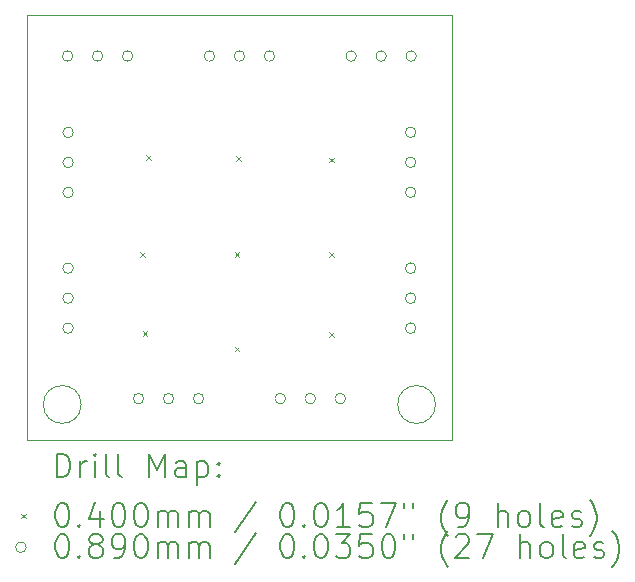
<source format=gbr>
%TF.GenerationSoftware,KiCad,Pcbnew,(6.0.8-1)-1*%
%TF.CreationDate,2024-05-20T17:10:39-04:00*%
%TF.ProjectId,3x3_6mSiPMs,3378335f-366d-4536-9950-4d732e6b6963,rev?*%
%TF.SameCoordinates,Original*%
%TF.FileFunction,Drillmap*%
%TF.FilePolarity,Positive*%
%FSLAX45Y45*%
G04 Gerber Fmt 4.5, Leading zero omitted, Abs format (unit mm)*
G04 Created by KiCad (PCBNEW (6.0.8-1)-1) date 2024-05-20 17:10:39*
%MOMM*%
%LPD*%
G01*
G04 APERTURE LIST*
%ADD10C,0.100000*%
%ADD11C,0.200000*%
%ADD12C,0.040000*%
%ADD13C,0.089000*%
G04 APERTURE END LIST*
D10*
X8660000Y-6500000D02*
G75*
G03*
X8660000Y-6500000I-160000J0D01*
G01*
X11660000Y-6500000D02*
G75*
G03*
X11660000Y-6500000I-160000J0D01*
G01*
X8200000Y-3200000D02*
X11800000Y-3200000D01*
X11800000Y-3200000D02*
X11800000Y-6800000D01*
X11800000Y-6800000D02*
X8200000Y-6800000D01*
X8200000Y-6800000D02*
X8200000Y-3200000D01*
D11*
D12*
X9160000Y-5210000D02*
X9200000Y-5250000D01*
X9200000Y-5210000D02*
X9160000Y-5250000D01*
X9180000Y-5880000D02*
X9220000Y-5920000D01*
X9220000Y-5880000D02*
X9180000Y-5920000D01*
X9210000Y-4390000D02*
X9250000Y-4430000D01*
X9250000Y-4390000D02*
X9210000Y-4430000D01*
X9960000Y-5210000D02*
X10000000Y-5250000D01*
X10000000Y-5210000D02*
X9960000Y-5250000D01*
X9960000Y-6010000D02*
X10000000Y-6050000D01*
X10000000Y-6010000D02*
X9960000Y-6050000D01*
X9970000Y-4400000D02*
X10010000Y-4440000D01*
X10010000Y-4400000D02*
X9970000Y-4440000D01*
X10760000Y-4410000D02*
X10800000Y-4450000D01*
X10800000Y-4410000D02*
X10760000Y-4450000D01*
X10760000Y-5210000D02*
X10800000Y-5250000D01*
X10800000Y-5210000D02*
X10760000Y-5250000D01*
X10760000Y-5890000D02*
X10800000Y-5930000D01*
X10800000Y-5890000D02*
X10760000Y-5930000D01*
D13*
X8590500Y-3550000D02*
G75*
G03*
X8590500Y-3550000I-44500J0D01*
G01*
X8594500Y-4196000D02*
G75*
G03*
X8594500Y-4196000I-44500J0D01*
G01*
X8594500Y-4450000D02*
G75*
G03*
X8594500Y-4450000I-44500J0D01*
G01*
X8594500Y-4704000D02*
G75*
G03*
X8594500Y-4704000I-44500J0D01*
G01*
X8594500Y-5346000D02*
G75*
G03*
X8594500Y-5346000I-44500J0D01*
G01*
X8594500Y-5600000D02*
G75*
G03*
X8594500Y-5600000I-44500J0D01*
G01*
X8594500Y-5854000D02*
G75*
G03*
X8594500Y-5854000I-44500J0D01*
G01*
X8844500Y-3550000D02*
G75*
G03*
X8844500Y-3550000I-44500J0D01*
G01*
X9098500Y-3550000D02*
G75*
G03*
X9098500Y-3550000I-44500J0D01*
G01*
X9190500Y-6450000D02*
G75*
G03*
X9190500Y-6450000I-44500J0D01*
G01*
X9444500Y-6450000D02*
G75*
G03*
X9444500Y-6450000I-44500J0D01*
G01*
X9698500Y-6450000D02*
G75*
G03*
X9698500Y-6450000I-44500J0D01*
G01*
X9790500Y-3550000D02*
G75*
G03*
X9790500Y-3550000I-44500J0D01*
G01*
X10044500Y-3550000D02*
G75*
G03*
X10044500Y-3550000I-44500J0D01*
G01*
X10298500Y-3550000D02*
G75*
G03*
X10298500Y-3550000I-44500J0D01*
G01*
X10390500Y-6450000D02*
G75*
G03*
X10390500Y-6450000I-44500J0D01*
G01*
X10644500Y-6450000D02*
G75*
G03*
X10644500Y-6450000I-44500J0D01*
G01*
X10898500Y-6450000D02*
G75*
G03*
X10898500Y-6450000I-44500J0D01*
G01*
X10990500Y-3550000D02*
G75*
G03*
X10990500Y-3550000I-44500J0D01*
G01*
X11244500Y-3550000D02*
G75*
G03*
X11244500Y-3550000I-44500J0D01*
G01*
X11494500Y-4196000D02*
G75*
G03*
X11494500Y-4196000I-44500J0D01*
G01*
X11494500Y-4450000D02*
G75*
G03*
X11494500Y-4450000I-44500J0D01*
G01*
X11494500Y-4704000D02*
G75*
G03*
X11494500Y-4704000I-44500J0D01*
G01*
X11494500Y-5346000D02*
G75*
G03*
X11494500Y-5346000I-44500J0D01*
G01*
X11494500Y-5600000D02*
G75*
G03*
X11494500Y-5600000I-44500J0D01*
G01*
X11494500Y-5854000D02*
G75*
G03*
X11494500Y-5854000I-44500J0D01*
G01*
X11498500Y-3550000D02*
G75*
G03*
X11498500Y-3550000I-44500J0D01*
G01*
D11*
X8452619Y-7115476D02*
X8452619Y-6915476D01*
X8500238Y-6915476D01*
X8528810Y-6925000D01*
X8547857Y-6944048D01*
X8557381Y-6963095D01*
X8566905Y-7001190D01*
X8566905Y-7029762D01*
X8557381Y-7067857D01*
X8547857Y-7086905D01*
X8528810Y-7105952D01*
X8500238Y-7115476D01*
X8452619Y-7115476D01*
X8652619Y-7115476D02*
X8652619Y-6982143D01*
X8652619Y-7020238D02*
X8662143Y-7001190D01*
X8671667Y-6991667D01*
X8690714Y-6982143D01*
X8709762Y-6982143D01*
X8776429Y-7115476D02*
X8776429Y-6982143D01*
X8776429Y-6915476D02*
X8766905Y-6925000D01*
X8776429Y-6934524D01*
X8785952Y-6925000D01*
X8776429Y-6915476D01*
X8776429Y-6934524D01*
X8900238Y-7115476D02*
X8881190Y-7105952D01*
X8871667Y-7086905D01*
X8871667Y-6915476D01*
X9005000Y-7115476D02*
X8985952Y-7105952D01*
X8976429Y-7086905D01*
X8976429Y-6915476D01*
X9233571Y-7115476D02*
X9233571Y-6915476D01*
X9300238Y-7058333D01*
X9366905Y-6915476D01*
X9366905Y-7115476D01*
X9547857Y-7115476D02*
X9547857Y-7010714D01*
X9538333Y-6991667D01*
X9519286Y-6982143D01*
X9481190Y-6982143D01*
X9462143Y-6991667D01*
X9547857Y-7105952D02*
X9528810Y-7115476D01*
X9481190Y-7115476D01*
X9462143Y-7105952D01*
X9452619Y-7086905D01*
X9452619Y-7067857D01*
X9462143Y-7048809D01*
X9481190Y-7039286D01*
X9528810Y-7039286D01*
X9547857Y-7029762D01*
X9643095Y-6982143D02*
X9643095Y-7182143D01*
X9643095Y-6991667D02*
X9662143Y-6982143D01*
X9700238Y-6982143D01*
X9719286Y-6991667D01*
X9728810Y-7001190D01*
X9738333Y-7020238D01*
X9738333Y-7077381D01*
X9728810Y-7096428D01*
X9719286Y-7105952D01*
X9700238Y-7115476D01*
X9662143Y-7115476D01*
X9643095Y-7105952D01*
X9824048Y-7096428D02*
X9833571Y-7105952D01*
X9824048Y-7115476D01*
X9814524Y-7105952D01*
X9824048Y-7096428D01*
X9824048Y-7115476D01*
X9824048Y-6991667D02*
X9833571Y-7001190D01*
X9824048Y-7010714D01*
X9814524Y-7001190D01*
X9824048Y-6991667D01*
X9824048Y-7010714D01*
D12*
X8155000Y-7425000D02*
X8195000Y-7465000D01*
X8195000Y-7425000D02*
X8155000Y-7465000D01*
D11*
X8490714Y-7335476D02*
X8509762Y-7335476D01*
X8528810Y-7345000D01*
X8538333Y-7354524D01*
X8547857Y-7373571D01*
X8557381Y-7411667D01*
X8557381Y-7459286D01*
X8547857Y-7497381D01*
X8538333Y-7516428D01*
X8528810Y-7525952D01*
X8509762Y-7535476D01*
X8490714Y-7535476D01*
X8471667Y-7525952D01*
X8462143Y-7516428D01*
X8452619Y-7497381D01*
X8443095Y-7459286D01*
X8443095Y-7411667D01*
X8452619Y-7373571D01*
X8462143Y-7354524D01*
X8471667Y-7345000D01*
X8490714Y-7335476D01*
X8643095Y-7516428D02*
X8652619Y-7525952D01*
X8643095Y-7535476D01*
X8633571Y-7525952D01*
X8643095Y-7516428D01*
X8643095Y-7535476D01*
X8824048Y-7402143D02*
X8824048Y-7535476D01*
X8776429Y-7325952D02*
X8728810Y-7468809D01*
X8852619Y-7468809D01*
X8966905Y-7335476D02*
X8985952Y-7335476D01*
X9005000Y-7345000D01*
X9014524Y-7354524D01*
X9024048Y-7373571D01*
X9033571Y-7411667D01*
X9033571Y-7459286D01*
X9024048Y-7497381D01*
X9014524Y-7516428D01*
X9005000Y-7525952D01*
X8985952Y-7535476D01*
X8966905Y-7535476D01*
X8947857Y-7525952D01*
X8938333Y-7516428D01*
X8928810Y-7497381D01*
X8919286Y-7459286D01*
X8919286Y-7411667D01*
X8928810Y-7373571D01*
X8938333Y-7354524D01*
X8947857Y-7345000D01*
X8966905Y-7335476D01*
X9157381Y-7335476D02*
X9176429Y-7335476D01*
X9195476Y-7345000D01*
X9205000Y-7354524D01*
X9214524Y-7373571D01*
X9224048Y-7411667D01*
X9224048Y-7459286D01*
X9214524Y-7497381D01*
X9205000Y-7516428D01*
X9195476Y-7525952D01*
X9176429Y-7535476D01*
X9157381Y-7535476D01*
X9138333Y-7525952D01*
X9128810Y-7516428D01*
X9119286Y-7497381D01*
X9109762Y-7459286D01*
X9109762Y-7411667D01*
X9119286Y-7373571D01*
X9128810Y-7354524D01*
X9138333Y-7345000D01*
X9157381Y-7335476D01*
X9309762Y-7535476D02*
X9309762Y-7402143D01*
X9309762Y-7421190D02*
X9319286Y-7411667D01*
X9338333Y-7402143D01*
X9366905Y-7402143D01*
X9385952Y-7411667D01*
X9395476Y-7430714D01*
X9395476Y-7535476D01*
X9395476Y-7430714D02*
X9405000Y-7411667D01*
X9424048Y-7402143D01*
X9452619Y-7402143D01*
X9471667Y-7411667D01*
X9481190Y-7430714D01*
X9481190Y-7535476D01*
X9576429Y-7535476D02*
X9576429Y-7402143D01*
X9576429Y-7421190D02*
X9585952Y-7411667D01*
X9605000Y-7402143D01*
X9633571Y-7402143D01*
X9652619Y-7411667D01*
X9662143Y-7430714D01*
X9662143Y-7535476D01*
X9662143Y-7430714D02*
X9671667Y-7411667D01*
X9690714Y-7402143D01*
X9719286Y-7402143D01*
X9738333Y-7411667D01*
X9747857Y-7430714D01*
X9747857Y-7535476D01*
X10138333Y-7325952D02*
X9966905Y-7583095D01*
X10395476Y-7335476D02*
X10414524Y-7335476D01*
X10433571Y-7345000D01*
X10443095Y-7354524D01*
X10452619Y-7373571D01*
X10462143Y-7411667D01*
X10462143Y-7459286D01*
X10452619Y-7497381D01*
X10443095Y-7516428D01*
X10433571Y-7525952D01*
X10414524Y-7535476D01*
X10395476Y-7535476D01*
X10376429Y-7525952D01*
X10366905Y-7516428D01*
X10357381Y-7497381D01*
X10347857Y-7459286D01*
X10347857Y-7411667D01*
X10357381Y-7373571D01*
X10366905Y-7354524D01*
X10376429Y-7345000D01*
X10395476Y-7335476D01*
X10547857Y-7516428D02*
X10557381Y-7525952D01*
X10547857Y-7535476D01*
X10538333Y-7525952D01*
X10547857Y-7516428D01*
X10547857Y-7535476D01*
X10681190Y-7335476D02*
X10700238Y-7335476D01*
X10719286Y-7345000D01*
X10728810Y-7354524D01*
X10738333Y-7373571D01*
X10747857Y-7411667D01*
X10747857Y-7459286D01*
X10738333Y-7497381D01*
X10728810Y-7516428D01*
X10719286Y-7525952D01*
X10700238Y-7535476D01*
X10681190Y-7535476D01*
X10662143Y-7525952D01*
X10652619Y-7516428D01*
X10643095Y-7497381D01*
X10633571Y-7459286D01*
X10633571Y-7411667D01*
X10643095Y-7373571D01*
X10652619Y-7354524D01*
X10662143Y-7345000D01*
X10681190Y-7335476D01*
X10938333Y-7535476D02*
X10824048Y-7535476D01*
X10881190Y-7535476D02*
X10881190Y-7335476D01*
X10862143Y-7364048D01*
X10843095Y-7383095D01*
X10824048Y-7392619D01*
X11119286Y-7335476D02*
X11024048Y-7335476D01*
X11014524Y-7430714D01*
X11024048Y-7421190D01*
X11043095Y-7411667D01*
X11090714Y-7411667D01*
X11109762Y-7421190D01*
X11119286Y-7430714D01*
X11128810Y-7449762D01*
X11128810Y-7497381D01*
X11119286Y-7516428D01*
X11109762Y-7525952D01*
X11090714Y-7535476D01*
X11043095Y-7535476D01*
X11024048Y-7525952D01*
X11014524Y-7516428D01*
X11195476Y-7335476D02*
X11328809Y-7335476D01*
X11243095Y-7535476D01*
X11395476Y-7335476D02*
X11395476Y-7373571D01*
X11471667Y-7335476D02*
X11471667Y-7373571D01*
X11766905Y-7611667D02*
X11757381Y-7602143D01*
X11738333Y-7573571D01*
X11728809Y-7554524D01*
X11719286Y-7525952D01*
X11709762Y-7478333D01*
X11709762Y-7440238D01*
X11719286Y-7392619D01*
X11728809Y-7364048D01*
X11738333Y-7345000D01*
X11757381Y-7316428D01*
X11766905Y-7306905D01*
X11852619Y-7535476D02*
X11890714Y-7535476D01*
X11909762Y-7525952D01*
X11919286Y-7516428D01*
X11938333Y-7487857D01*
X11947857Y-7449762D01*
X11947857Y-7373571D01*
X11938333Y-7354524D01*
X11928809Y-7345000D01*
X11909762Y-7335476D01*
X11871667Y-7335476D01*
X11852619Y-7345000D01*
X11843095Y-7354524D01*
X11833571Y-7373571D01*
X11833571Y-7421190D01*
X11843095Y-7440238D01*
X11852619Y-7449762D01*
X11871667Y-7459286D01*
X11909762Y-7459286D01*
X11928809Y-7449762D01*
X11938333Y-7440238D01*
X11947857Y-7421190D01*
X12185952Y-7535476D02*
X12185952Y-7335476D01*
X12271667Y-7535476D02*
X12271667Y-7430714D01*
X12262143Y-7411667D01*
X12243095Y-7402143D01*
X12214524Y-7402143D01*
X12195476Y-7411667D01*
X12185952Y-7421190D01*
X12395476Y-7535476D02*
X12376428Y-7525952D01*
X12366905Y-7516428D01*
X12357381Y-7497381D01*
X12357381Y-7440238D01*
X12366905Y-7421190D01*
X12376428Y-7411667D01*
X12395476Y-7402143D01*
X12424048Y-7402143D01*
X12443095Y-7411667D01*
X12452619Y-7421190D01*
X12462143Y-7440238D01*
X12462143Y-7497381D01*
X12452619Y-7516428D01*
X12443095Y-7525952D01*
X12424048Y-7535476D01*
X12395476Y-7535476D01*
X12576428Y-7535476D02*
X12557381Y-7525952D01*
X12547857Y-7506905D01*
X12547857Y-7335476D01*
X12728809Y-7525952D02*
X12709762Y-7535476D01*
X12671667Y-7535476D01*
X12652619Y-7525952D01*
X12643095Y-7506905D01*
X12643095Y-7430714D01*
X12652619Y-7411667D01*
X12671667Y-7402143D01*
X12709762Y-7402143D01*
X12728809Y-7411667D01*
X12738333Y-7430714D01*
X12738333Y-7449762D01*
X12643095Y-7468809D01*
X12814524Y-7525952D02*
X12833571Y-7535476D01*
X12871667Y-7535476D01*
X12890714Y-7525952D01*
X12900238Y-7506905D01*
X12900238Y-7497381D01*
X12890714Y-7478333D01*
X12871667Y-7468809D01*
X12843095Y-7468809D01*
X12824048Y-7459286D01*
X12814524Y-7440238D01*
X12814524Y-7430714D01*
X12824048Y-7411667D01*
X12843095Y-7402143D01*
X12871667Y-7402143D01*
X12890714Y-7411667D01*
X12966905Y-7611667D02*
X12976428Y-7602143D01*
X12995476Y-7573571D01*
X13005000Y-7554524D01*
X13014524Y-7525952D01*
X13024048Y-7478333D01*
X13024048Y-7440238D01*
X13014524Y-7392619D01*
X13005000Y-7364048D01*
X12995476Y-7345000D01*
X12976428Y-7316428D01*
X12966905Y-7306905D01*
D13*
X8195000Y-7709000D02*
G75*
G03*
X8195000Y-7709000I-44500J0D01*
G01*
D11*
X8490714Y-7599476D02*
X8509762Y-7599476D01*
X8528810Y-7609000D01*
X8538333Y-7618524D01*
X8547857Y-7637571D01*
X8557381Y-7675667D01*
X8557381Y-7723286D01*
X8547857Y-7761381D01*
X8538333Y-7780428D01*
X8528810Y-7789952D01*
X8509762Y-7799476D01*
X8490714Y-7799476D01*
X8471667Y-7789952D01*
X8462143Y-7780428D01*
X8452619Y-7761381D01*
X8443095Y-7723286D01*
X8443095Y-7675667D01*
X8452619Y-7637571D01*
X8462143Y-7618524D01*
X8471667Y-7609000D01*
X8490714Y-7599476D01*
X8643095Y-7780428D02*
X8652619Y-7789952D01*
X8643095Y-7799476D01*
X8633571Y-7789952D01*
X8643095Y-7780428D01*
X8643095Y-7799476D01*
X8766905Y-7685190D02*
X8747857Y-7675667D01*
X8738333Y-7666143D01*
X8728810Y-7647095D01*
X8728810Y-7637571D01*
X8738333Y-7618524D01*
X8747857Y-7609000D01*
X8766905Y-7599476D01*
X8805000Y-7599476D01*
X8824048Y-7609000D01*
X8833571Y-7618524D01*
X8843095Y-7637571D01*
X8843095Y-7647095D01*
X8833571Y-7666143D01*
X8824048Y-7675667D01*
X8805000Y-7685190D01*
X8766905Y-7685190D01*
X8747857Y-7694714D01*
X8738333Y-7704238D01*
X8728810Y-7723286D01*
X8728810Y-7761381D01*
X8738333Y-7780428D01*
X8747857Y-7789952D01*
X8766905Y-7799476D01*
X8805000Y-7799476D01*
X8824048Y-7789952D01*
X8833571Y-7780428D01*
X8843095Y-7761381D01*
X8843095Y-7723286D01*
X8833571Y-7704238D01*
X8824048Y-7694714D01*
X8805000Y-7685190D01*
X8938333Y-7799476D02*
X8976429Y-7799476D01*
X8995476Y-7789952D01*
X9005000Y-7780428D01*
X9024048Y-7751857D01*
X9033571Y-7713762D01*
X9033571Y-7637571D01*
X9024048Y-7618524D01*
X9014524Y-7609000D01*
X8995476Y-7599476D01*
X8957381Y-7599476D01*
X8938333Y-7609000D01*
X8928810Y-7618524D01*
X8919286Y-7637571D01*
X8919286Y-7685190D01*
X8928810Y-7704238D01*
X8938333Y-7713762D01*
X8957381Y-7723286D01*
X8995476Y-7723286D01*
X9014524Y-7713762D01*
X9024048Y-7704238D01*
X9033571Y-7685190D01*
X9157381Y-7599476D02*
X9176429Y-7599476D01*
X9195476Y-7609000D01*
X9205000Y-7618524D01*
X9214524Y-7637571D01*
X9224048Y-7675667D01*
X9224048Y-7723286D01*
X9214524Y-7761381D01*
X9205000Y-7780428D01*
X9195476Y-7789952D01*
X9176429Y-7799476D01*
X9157381Y-7799476D01*
X9138333Y-7789952D01*
X9128810Y-7780428D01*
X9119286Y-7761381D01*
X9109762Y-7723286D01*
X9109762Y-7675667D01*
X9119286Y-7637571D01*
X9128810Y-7618524D01*
X9138333Y-7609000D01*
X9157381Y-7599476D01*
X9309762Y-7799476D02*
X9309762Y-7666143D01*
X9309762Y-7685190D02*
X9319286Y-7675667D01*
X9338333Y-7666143D01*
X9366905Y-7666143D01*
X9385952Y-7675667D01*
X9395476Y-7694714D01*
X9395476Y-7799476D01*
X9395476Y-7694714D02*
X9405000Y-7675667D01*
X9424048Y-7666143D01*
X9452619Y-7666143D01*
X9471667Y-7675667D01*
X9481190Y-7694714D01*
X9481190Y-7799476D01*
X9576429Y-7799476D02*
X9576429Y-7666143D01*
X9576429Y-7685190D02*
X9585952Y-7675667D01*
X9605000Y-7666143D01*
X9633571Y-7666143D01*
X9652619Y-7675667D01*
X9662143Y-7694714D01*
X9662143Y-7799476D01*
X9662143Y-7694714D02*
X9671667Y-7675667D01*
X9690714Y-7666143D01*
X9719286Y-7666143D01*
X9738333Y-7675667D01*
X9747857Y-7694714D01*
X9747857Y-7799476D01*
X10138333Y-7589952D02*
X9966905Y-7847095D01*
X10395476Y-7599476D02*
X10414524Y-7599476D01*
X10433571Y-7609000D01*
X10443095Y-7618524D01*
X10452619Y-7637571D01*
X10462143Y-7675667D01*
X10462143Y-7723286D01*
X10452619Y-7761381D01*
X10443095Y-7780428D01*
X10433571Y-7789952D01*
X10414524Y-7799476D01*
X10395476Y-7799476D01*
X10376429Y-7789952D01*
X10366905Y-7780428D01*
X10357381Y-7761381D01*
X10347857Y-7723286D01*
X10347857Y-7675667D01*
X10357381Y-7637571D01*
X10366905Y-7618524D01*
X10376429Y-7609000D01*
X10395476Y-7599476D01*
X10547857Y-7780428D02*
X10557381Y-7789952D01*
X10547857Y-7799476D01*
X10538333Y-7789952D01*
X10547857Y-7780428D01*
X10547857Y-7799476D01*
X10681190Y-7599476D02*
X10700238Y-7599476D01*
X10719286Y-7609000D01*
X10728810Y-7618524D01*
X10738333Y-7637571D01*
X10747857Y-7675667D01*
X10747857Y-7723286D01*
X10738333Y-7761381D01*
X10728810Y-7780428D01*
X10719286Y-7789952D01*
X10700238Y-7799476D01*
X10681190Y-7799476D01*
X10662143Y-7789952D01*
X10652619Y-7780428D01*
X10643095Y-7761381D01*
X10633571Y-7723286D01*
X10633571Y-7675667D01*
X10643095Y-7637571D01*
X10652619Y-7618524D01*
X10662143Y-7609000D01*
X10681190Y-7599476D01*
X10814524Y-7599476D02*
X10938333Y-7599476D01*
X10871667Y-7675667D01*
X10900238Y-7675667D01*
X10919286Y-7685190D01*
X10928810Y-7694714D01*
X10938333Y-7713762D01*
X10938333Y-7761381D01*
X10928810Y-7780428D01*
X10919286Y-7789952D01*
X10900238Y-7799476D01*
X10843095Y-7799476D01*
X10824048Y-7789952D01*
X10814524Y-7780428D01*
X11119286Y-7599476D02*
X11024048Y-7599476D01*
X11014524Y-7694714D01*
X11024048Y-7685190D01*
X11043095Y-7675667D01*
X11090714Y-7675667D01*
X11109762Y-7685190D01*
X11119286Y-7694714D01*
X11128810Y-7713762D01*
X11128810Y-7761381D01*
X11119286Y-7780428D01*
X11109762Y-7789952D01*
X11090714Y-7799476D01*
X11043095Y-7799476D01*
X11024048Y-7789952D01*
X11014524Y-7780428D01*
X11252619Y-7599476D02*
X11271667Y-7599476D01*
X11290714Y-7609000D01*
X11300238Y-7618524D01*
X11309762Y-7637571D01*
X11319286Y-7675667D01*
X11319286Y-7723286D01*
X11309762Y-7761381D01*
X11300238Y-7780428D01*
X11290714Y-7789952D01*
X11271667Y-7799476D01*
X11252619Y-7799476D01*
X11233571Y-7789952D01*
X11224048Y-7780428D01*
X11214524Y-7761381D01*
X11205000Y-7723286D01*
X11205000Y-7675667D01*
X11214524Y-7637571D01*
X11224048Y-7618524D01*
X11233571Y-7609000D01*
X11252619Y-7599476D01*
X11395476Y-7599476D02*
X11395476Y-7637571D01*
X11471667Y-7599476D02*
X11471667Y-7637571D01*
X11766905Y-7875667D02*
X11757381Y-7866143D01*
X11738333Y-7837571D01*
X11728809Y-7818524D01*
X11719286Y-7789952D01*
X11709762Y-7742333D01*
X11709762Y-7704238D01*
X11719286Y-7656619D01*
X11728809Y-7628048D01*
X11738333Y-7609000D01*
X11757381Y-7580428D01*
X11766905Y-7570905D01*
X11833571Y-7618524D02*
X11843095Y-7609000D01*
X11862143Y-7599476D01*
X11909762Y-7599476D01*
X11928809Y-7609000D01*
X11938333Y-7618524D01*
X11947857Y-7637571D01*
X11947857Y-7656619D01*
X11938333Y-7685190D01*
X11824048Y-7799476D01*
X11947857Y-7799476D01*
X12014524Y-7599476D02*
X12147857Y-7599476D01*
X12062143Y-7799476D01*
X12376428Y-7799476D02*
X12376428Y-7599476D01*
X12462143Y-7799476D02*
X12462143Y-7694714D01*
X12452619Y-7675667D01*
X12433571Y-7666143D01*
X12405000Y-7666143D01*
X12385952Y-7675667D01*
X12376428Y-7685190D01*
X12585952Y-7799476D02*
X12566905Y-7789952D01*
X12557381Y-7780428D01*
X12547857Y-7761381D01*
X12547857Y-7704238D01*
X12557381Y-7685190D01*
X12566905Y-7675667D01*
X12585952Y-7666143D01*
X12614524Y-7666143D01*
X12633571Y-7675667D01*
X12643095Y-7685190D01*
X12652619Y-7704238D01*
X12652619Y-7761381D01*
X12643095Y-7780428D01*
X12633571Y-7789952D01*
X12614524Y-7799476D01*
X12585952Y-7799476D01*
X12766905Y-7799476D02*
X12747857Y-7789952D01*
X12738333Y-7770905D01*
X12738333Y-7599476D01*
X12919286Y-7789952D02*
X12900238Y-7799476D01*
X12862143Y-7799476D01*
X12843095Y-7789952D01*
X12833571Y-7770905D01*
X12833571Y-7694714D01*
X12843095Y-7675667D01*
X12862143Y-7666143D01*
X12900238Y-7666143D01*
X12919286Y-7675667D01*
X12928809Y-7694714D01*
X12928809Y-7713762D01*
X12833571Y-7732809D01*
X13005000Y-7789952D02*
X13024048Y-7799476D01*
X13062143Y-7799476D01*
X13081190Y-7789952D01*
X13090714Y-7770905D01*
X13090714Y-7761381D01*
X13081190Y-7742333D01*
X13062143Y-7732809D01*
X13033571Y-7732809D01*
X13014524Y-7723286D01*
X13005000Y-7704238D01*
X13005000Y-7694714D01*
X13014524Y-7675667D01*
X13033571Y-7666143D01*
X13062143Y-7666143D01*
X13081190Y-7675667D01*
X13157381Y-7875667D02*
X13166905Y-7866143D01*
X13185952Y-7837571D01*
X13195476Y-7818524D01*
X13205000Y-7789952D01*
X13214524Y-7742333D01*
X13214524Y-7704238D01*
X13205000Y-7656619D01*
X13195476Y-7628048D01*
X13185952Y-7609000D01*
X13166905Y-7580428D01*
X13157381Y-7570905D01*
M02*

</source>
